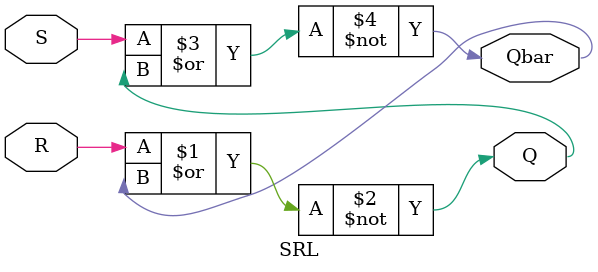
<source format=v>
`timescale 1ns / 1ps


module SRL(input S, R, output Q, Qbar);
    nor #1 N1(Q,R,Qbar);
    nor #1 N2(Qbar,S,Q);
endmodule

</source>
